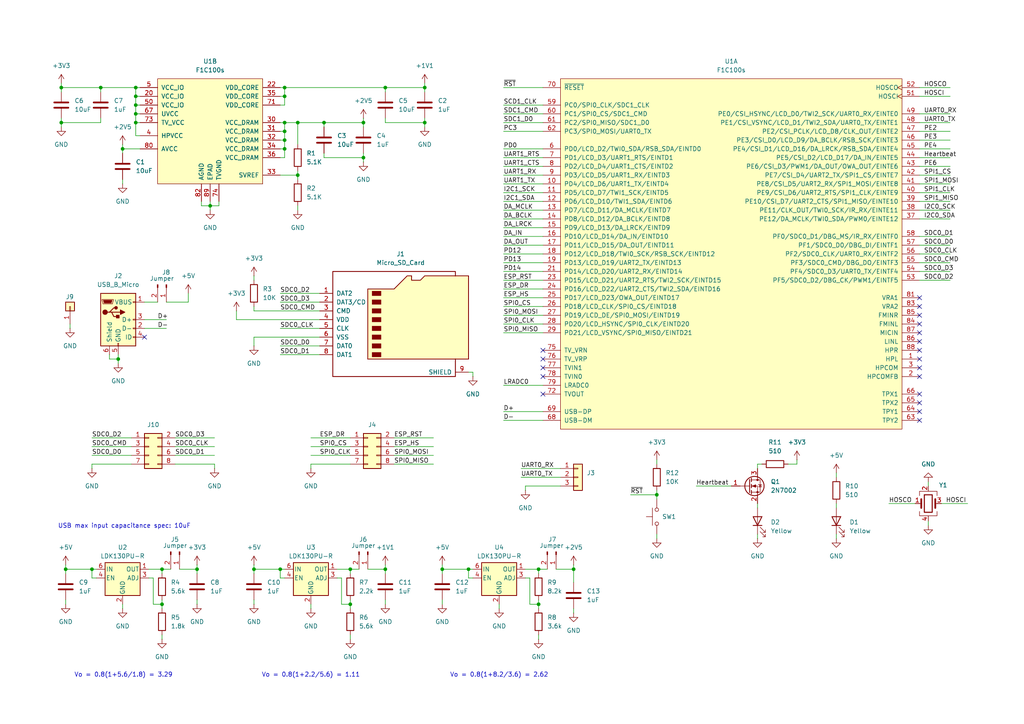
<source format=kicad_sch>
(kicad_sch (version 20231120) (generator "eeschema") (generator_version "8.0")
  (paper "A4")
  (junction (at 35.56 43.18))
  (junction (at 156.21 175.26))
  (junction (at 123.19 35.56))
  (junction (at 101.6 175.26))
  (junction (at 82.55 35.56))
  (junction (at 39.37 33.02))
  (junction (at 82.55 38.1))
  (junction (at 105.41 45.72))
  (junction (at 82.55 27.94))
  (junction (at 81.28 165.1))
  (junction (at 82.55 25.4))
  (junction (at 123.19 25.4))
  (junction (at 39.37 35.56))
  (junction (at 105.41 35.56))
  (junction (at 34.29 104.14))
  (junction (at 26.67 165.1))
  (junction (at 166.37 165.1))
  (junction (at 156.21 165.1))
  (junction (at 82.55 43.18))
  (junction (at 86.36 50.8))
  (junction (at 111.76 165.1))
  (junction (at 29.21 25.4))
  (junction (at 46.99 175.26))
  (junction (at 73.66 165.1))
  (junction (at 19.05 165.1))
  (junction (at 82.55 40.64))
  (junction (at 128.27 165.1))
  (junction (at 135.89 165.1))
  (junction (at 17.78 25.4))
  (junction (at 57.15 165.1))
  (junction (at 86.36 35.56))
  (junction (at 190.5 143.51))
  (junction (at 111.76 25.4))
  (junction (at 93.98 35.56))
  (junction (at 17.78 35.56))
  (junction (at 39.37 30.48))
  (junction (at 46.99 165.1))
  (junction (at 101.6 165.1))
  (junction (at 60.96 59.69))
  (junction (at 39.37 25.4))
  (junction (at 39.37 27.94))
  (no_connect (at 266.7 116.84))
  (no_connect (at 266.7 99.06))
  (no_connect (at 266.7 106.68))
  (no_connect (at 266.7 109.22))
  (no_connect (at 266.7 93.98))
  (no_connect (at 266.7 88.9))
  (no_connect (at 157.48 109.22))
  (no_connect (at 266.7 101.6))
  (no_connect (at 266.7 119.38))
  (no_connect (at 266.7 121.92))
  (no_connect (at 266.7 114.3))
  (no_connect (at 266.7 91.44))
  (no_connect (at 157.48 101.6))
  (no_connect (at 157.48 106.68))
  (no_connect (at 157.48 104.14))
  (no_connect (at 157.48 114.3))
  (no_connect (at 266.7 86.36))
  (no_connect (at 266.7 104.14))
  (no_connect (at 41.91 97.79))
  (no_connect (at 266.7 96.52))
  (wire (pts (xy 146.05 58.42) (xy 157.48 58.42)))
  (wire (pts (xy 156.21 165.1) (xy 158.75 165.1)))
  (wire (pts (xy 242.57 146.05) (xy 242.57 147.32)))
  (wire (pts (xy 90.17 127) (xy 101.6 127)))
  (wire (pts (xy 63.5 59.69) (xy 60.96 59.69)))
  (wire (pts (xy 146.05 93.98) (xy 157.48 93.98)))
  (wire (pts (xy 57.15 173.99) (xy 57.15 175.26)))
  (wire (pts (xy 146.05 45.72) (xy 157.48 45.72)))
  (wire (pts (xy 106.68 165.1) (xy 111.76 165.1)))
  (wire (pts (xy 17.78 35.56) (xy 29.21 35.56)))
  (wire (pts (xy 231.14 133.35) (xy 231.14 134.62)))
  (wire (pts (xy 40.64 39.37) (xy 39.37 39.37)))
  (wire (pts (xy 43.18 165.1) (xy 46.99 165.1)))
  (wire (pts (xy 17.78 25.4) (xy 17.78 26.67)))
  (wire (pts (xy 35.56 52.07) (xy 35.56 53.34)))
  (wire (pts (xy 81.28 27.94) (xy 82.55 27.94)))
  (wire (pts (xy 123.19 35.56) (xy 123.19 36.83)))
  (wire (pts (xy 52.07 165.1) (xy 57.15 165.1)))
  (wire (pts (xy 146.05 25.4) (xy 157.48 25.4)))
  (wire (pts (xy 39.37 35.56) (xy 40.64 35.56)))
  (wire (pts (xy 152.4 140.97) (xy 152.4 142.24)))
  (wire (pts (xy 26.67 132.08) (xy 38.1 132.08)))
  (wire (pts (xy 101.6 173.99) (xy 101.6 175.26)))
  (wire (pts (xy 135.89 165.1) (xy 135.89 167.64)))
  (wire (pts (xy 137.16 107.95) (xy 137.16 109.22)))
  (wire (pts (xy 90.17 175.26) (xy 90.17 176.53)))
  (wire (pts (xy 82.55 167.64) (xy 81.28 167.64)))
  (wire (pts (xy 54.61 87.63) (xy 54.61 85.09)))
  (wire (pts (xy 57.15 165.1) (xy 57.15 166.37)))
  (wire (pts (xy 266.7 25.4) (xy 275.59 25.4)))
  (wire (pts (xy 81.28 45.72) (xy 82.55 45.72)))
  (wire (pts (xy 38.1 134.62) (xy 26.67 134.62)))
  (wire (pts (xy 105.41 45.72) (xy 105.41 46.99)))
  (wire (pts (xy 17.78 35.56) (xy 17.78 36.83)))
  (wire (pts (xy 41.91 87.63) (xy 45.72 87.63)))
  (wire (pts (xy 90.17 134.62) (xy 90.17 135.89)))
  (wire (pts (xy 81.28 50.8) (xy 86.36 50.8)))
  (wire (pts (xy 86.36 35.56) (xy 86.36 41.91)))
  (wire (pts (xy 62.23 134.62) (xy 62.23 135.89)))
  (wire (pts (xy 82.55 30.48) (xy 82.55 27.94)))
  (wire (pts (xy 190.5 133.35) (xy 190.5 134.62)))
  (wire (pts (xy 73.66 80.01) (xy 73.66 81.28)))
  (wire (pts (xy 151.13 135.89) (xy 162.56 135.89)))
  (wire (pts (xy 26.67 129.54) (xy 38.1 129.54)))
  (wire (pts (xy 101.6 176.53) (xy 101.6 175.26)))
  (wire (pts (xy 269.24 151.13) (xy 269.24 152.4)))
  (wire (pts (xy 146.05 48.26) (xy 157.48 48.26)))
  (wire (pts (xy 44.45 167.64) (xy 44.45 175.26)))
  (wire (pts (xy 20.32 93.98) (xy 20.32 95.25)))
  (wire (pts (xy 39.37 33.02) (xy 40.64 33.02)))
  (wire (pts (xy 242.57 137.16) (xy 242.57 138.43)))
  (wire (pts (xy 44.45 175.26) (xy 46.99 175.26)))
  (wire (pts (xy 86.36 59.69) (xy 86.36 60.96)))
  (wire (pts (xy 137.16 167.64) (xy 135.89 167.64)))
  (wire (pts (xy 101.6 165.1) (xy 104.14 165.1)))
  (wire (pts (xy 146.05 71.12) (xy 157.48 71.12)))
  (wire (pts (xy 266.7 45.72) (xy 275.59 45.72)))
  (wire (pts (xy 19.05 165.1) (xy 19.05 166.37)))
  (wire (pts (xy 86.36 50.8) (xy 86.36 52.07)))
  (wire (pts (xy 29.21 25.4) (xy 39.37 25.4)))
  (wire (pts (xy 111.76 35.56) (xy 123.19 35.56)))
  (wire (pts (xy 93.98 44.45) (xy 93.98 45.72)))
  (wire (pts (xy 58.42 59.69) (xy 58.42 58.42)))
  (wire (pts (xy 242.57 154.94) (xy 242.57 156.21)))
  (wire (pts (xy 60.96 58.42) (xy 60.96 59.69)))
  (wire (pts (xy 17.78 24.13) (xy 17.78 25.4)))
  (wire (pts (xy 27.94 167.64) (xy 26.67 167.64)))
  (wire (pts (xy 82.55 35.56) (xy 81.28 35.56)))
  (wire (pts (xy 146.05 83.82) (xy 157.48 83.82)))
  (wire (pts (xy 156.21 165.1) (xy 156.21 166.37)))
  (wire (pts (xy 105.41 34.29) (xy 105.41 35.56)))
  (wire (pts (xy 123.19 24.13) (xy 123.19 25.4)))
  (wire (pts (xy 101.6 134.62) (xy 90.17 134.62)))
  (wire (pts (xy 19.05 173.99) (xy 19.05 175.26)))
  (wire (pts (xy 31.75 102.87) (xy 31.75 104.14)))
  (wire (pts (xy 105.41 35.56) (xy 93.98 35.56)))
  (wire (pts (xy 266.7 50.8) (xy 275.59 50.8)))
  (wire (pts (xy 123.19 25.4) (xy 111.76 25.4)))
  (wire (pts (xy 81.28 87.63) (xy 92.71 87.63)))
  (wire (pts (xy 81.28 165.1) (xy 82.55 165.1)))
  (wire (pts (xy 82.55 43.18) (xy 82.55 40.64)))
  (wire (pts (xy 81.28 165.1) (xy 81.28 167.64)))
  (wire (pts (xy 266.7 53.34) (xy 275.59 53.34)))
  (wire (pts (xy 111.76 173.99) (xy 111.76 175.26)))
  (wire (pts (xy 90.17 129.54) (xy 101.6 129.54)))
  (wire (pts (xy 50.8 132.08) (xy 62.23 132.08)))
  (wire (pts (xy 92.71 92.71) (xy 68.58 92.71)))
  (wire (pts (xy 114.3 127) (xy 125.73 127)))
  (wire (pts (xy 153.67 175.26) (xy 156.21 175.26)))
  (wire (pts (xy 266.7 76.2) (xy 275.59 76.2)))
  (wire (pts (xy 46.99 185.42) (xy 46.99 184.15)))
  (wire (pts (xy 146.05 33.02) (xy 157.48 33.02)))
  (wire (pts (xy 81.28 30.48) (xy 82.55 30.48)))
  (wire (pts (xy 266.7 27.94) (xy 275.59 27.94)))
  (wire (pts (xy 220.98 134.62) (xy 219.71 134.62)))
  (wire (pts (xy 105.41 44.45) (xy 105.41 45.72)))
  (wire (pts (xy 123.19 34.29) (xy 123.19 35.56)))
  (wire (pts (xy 146.05 111.76) (xy 157.48 111.76)))
  (wire (pts (xy 273.05 146.05) (xy 280.67 146.05)))
  (wire (pts (xy 60.96 59.69) (xy 58.42 59.69)))
  (wire (pts (xy 146.05 50.8) (xy 157.48 50.8)))
  (wire (pts (xy 86.36 35.56) (xy 93.98 35.56)))
  (wire (pts (xy 46.99 165.1) (xy 49.53 165.1)))
  (wire (pts (xy 146.05 38.1) (xy 157.48 38.1)))
  (wire (pts (xy 99.06 167.64) (xy 99.06 175.26)))
  (wire (pts (xy 114.3 134.62) (xy 125.73 134.62)))
  (wire (pts (xy 82.55 35.56) (xy 86.36 35.56)))
  (wire (pts (xy 166.37 176.53) (xy 166.37 177.8)))
  (wire (pts (xy 81.28 100.33) (xy 92.71 100.33)))
  (wire (pts (xy 46.99 165.1) (xy 46.99 166.37)))
  (wire (pts (xy 82.55 25.4) (xy 111.76 25.4)))
  (wire (pts (xy 156.21 185.42) (xy 156.21 184.15)))
  (wire (pts (xy 111.76 34.29) (xy 111.76 35.56)))
  (wire (pts (xy 31.75 104.14) (xy 34.29 104.14)))
  (wire (pts (xy 17.78 34.29) (xy 17.78 35.56)))
  (wire (pts (xy 266.7 40.64) (xy 275.59 40.64)))
  (wire (pts (xy 146.05 63.5) (xy 157.48 63.5)))
  (wire (pts (xy 26.67 134.62) (xy 26.67 135.89)))
  (wire (pts (xy 97.79 165.1) (xy 101.6 165.1)))
  (wire (pts (xy 161.29 165.1) (xy 166.37 165.1)))
  (wire (pts (xy 146.05 73.66) (xy 157.48 73.66)))
  (wire (pts (xy 39.37 35.56) (xy 39.37 39.37)))
  (wire (pts (xy 86.36 49.53) (xy 86.36 50.8)))
  (wire (pts (xy 63.5 58.42) (xy 63.5 59.69)))
  (wire (pts (xy 266.7 73.66) (xy 275.59 73.66)))
  (wire (pts (xy 190.5 142.24) (xy 190.5 143.51)))
  (wire (pts (xy 266.7 48.26) (xy 275.59 48.26)))
  (wire (pts (xy 73.66 165.1) (xy 73.66 166.37)))
  (wire (pts (xy 73.66 88.9) (xy 73.66 90.17)))
  (wire (pts (xy 39.37 30.48) (xy 39.37 33.02)))
  (wire (pts (xy 39.37 27.94) (xy 40.64 27.94)))
  (wire (pts (xy 101.6 185.42) (xy 101.6 184.15)))
  (wire (pts (xy 60.96 59.69) (xy 60.96 60.96)))
  (wire (pts (xy 35.56 43.18) (xy 35.56 44.45)))
  (wire (pts (xy 46.99 176.53) (xy 46.99 175.26)))
  (wire (pts (xy 146.05 43.18) (xy 157.48 43.18)))
  (wire (pts (xy 182.88 143.51) (xy 190.5 143.51)))
  (wire (pts (xy 166.37 165.1) (xy 166.37 168.91)))
  (wire (pts (xy 156.21 176.53) (xy 156.21 175.26)))
  (wire (pts (xy 93.98 45.72) (xy 105.41 45.72)))
  (wire (pts (xy 146.05 119.38) (xy 157.48 119.38)))
  (wire (pts (xy 128.27 165.1) (xy 135.89 165.1)))
  (wire (pts (xy 266.7 33.02) (xy 275.59 33.02)))
  (wire (pts (xy 50.8 134.62) (xy 62.23 134.62)))
  (wire (pts (xy 73.66 165.1) (xy 81.28 165.1)))
  (wire (pts (xy 73.66 163.83) (xy 73.66 165.1)))
  (wire (pts (xy 135.89 165.1) (xy 137.16 165.1)))
  (wire (pts (xy 146.05 35.56) (xy 157.48 35.56)))
  (wire (pts (xy 146.05 81.28) (xy 157.48 81.28)))
  (wire (pts (xy 73.66 97.79) (xy 73.66 100.33)))
  (wire (pts (xy 99.06 167.64) (xy 97.79 167.64)))
  (wire (pts (xy 266.7 81.28) (xy 275.59 81.28)))
  (wire (pts (xy 39.37 25.4) (xy 40.64 25.4)))
  (wire (pts (xy 266.7 58.42) (xy 275.59 58.42)))
  (wire (pts (xy 123.19 25.4) (xy 123.19 26.67)))
  (wire (pts (xy 81.28 43.18) (xy 82.55 43.18)))
  (wire (pts (xy 57.15 165.1) (xy 57.15 163.83)))
  (wire (pts (xy 82.55 27.94) (xy 82.55 25.4)))
  (wire (pts (xy 201.93 140.97) (xy 212.09 140.97)))
  (wire (pts (xy 156.21 173.99) (xy 156.21 175.26)))
  (wire (pts (xy 257.81 146.05) (xy 265.43 146.05)))
  (wire (pts (xy 17.78 25.4) (xy 29.21 25.4)))
  (wire (pts (xy 146.05 76.2) (xy 157.48 76.2)))
  (wire (pts (xy 29.21 25.4) (xy 29.21 26.67)))
  (wire (pts (xy 35.56 41.91) (xy 35.56 43.18)))
  (wire (pts (xy 111.76 25.4) (xy 111.76 26.67)))
  (wire (pts (xy 26.67 165.1) (xy 26.67 167.64)))
  (wire (pts (xy 26.67 127) (xy 38.1 127)))
  (wire (pts (xy 190.5 154.94) (xy 190.5 156.21)))
  (wire (pts (xy 35.56 43.18) (xy 40.64 43.18)))
  (wire (pts (xy 82.55 45.72) (xy 82.55 43.18)))
  (wire (pts (xy 266.7 68.58) (xy 275.59 68.58)))
  (wire (pts (xy 73.66 173.99) (xy 73.66 175.26)))
  (wire (pts (xy 128.27 163.83) (xy 128.27 165.1)))
  (wire (pts (xy 41.91 95.25) (xy 48.26 95.25)))
  (wire (pts (xy 146.05 66.04) (xy 157.48 66.04)))
  (wire (pts (xy 81.28 102.87) (xy 92.71 102.87)))
  (wire (pts (xy 82.55 25.4) (xy 81.28 25.4)))
  (wire (pts (xy 111.76 165.1) (xy 111.76 163.83)))
  (wire (pts (xy 50.8 127) (xy 62.23 127)))
  (wire (pts (xy 19.05 165.1) (xy 26.67 165.1)))
  (wire (pts (xy 114.3 129.54) (xy 125.73 129.54)))
  (wire (pts (xy 48.26 87.63) (xy 54.61 87.63)))
  (wire (pts (xy 39.37 30.48) (xy 40.64 30.48)))
  (wire (pts (xy 266.7 43.18) (xy 275.59 43.18)))
  (wire (pts (xy 190.5 143.51) (xy 190.5 144.78)))
  (wire (pts (xy 151.13 138.43) (xy 162.56 138.43)))
  (wire (pts (xy 146.05 86.36) (xy 157.48 86.36)))
  (wire (pts (xy 228.6 134.62) (xy 231.14 134.62)))
  (wire (pts (xy 114.3 132.08) (xy 125.73 132.08)))
  (wire (pts (xy 146.05 78.74) (xy 157.48 78.74)))
  (wire (pts (xy 266.7 55.88) (xy 275.59 55.88)))
  (wire (pts (xy 219.71 154.94) (xy 219.71 156.21)))
  (wire (pts (xy 81.28 85.09) (xy 92.71 85.09)))
  (wire (pts (xy 266.7 71.12) (xy 275.59 71.12)))
  (wire (pts (xy 81.28 38.1) (xy 82.55 38.1)))
  (wire (pts (xy 162.56 140.97) (xy 152.4 140.97)))
  (wire (pts (xy 90.17 132.08) (xy 101.6 132.08)))
  (wire (pts (xy 26.67 165.1) (xy 27.94 165.1)))
  (wire (pts (xy 146.05 91.44) (xy 157.48 91.44)))
  (wire (pts (xy 82.55 40.64) (xy 82.55 38.1)))
  (wire (pts (xy 34.29 102.87) (xy 34.29 104.14)))
  (wire (pts (xy 93.98 35.56) (xy 93.98 36.83)))
  (wire (pts (xy 146.05 88.9) (xy 157.48 88.9)))
  (wire (pts (xy 73.66 90.17) (xy 92.71 90.17)))
  (wire (pts (xy 146.05 68.58) (xy 157.48 68.58)))
  (wire (pts (xy 269.24 140.97) (xy 269.24 139.7)))
  (wire (pts (xy 266.7 60.96) (xy 275.59 60.96)))
  (wire (pts (xy 146.05 55.88) (xy 157.48 55.88)))
  (wire (pts (xy 219.71 134.62) (xy 219.71 135.89)))
  (wire (pts (xy 266.7 38.1) (xy 275.59 38.1)))
  (wire (pts (xy 111.76 165.1) (xy 111.76 166.37)))
  (wire (pts (xy 34.29 104.14) (xy 34.29 105.41)))
  (wire (pts (xy 82.55 38.1) (xy 82.55 35.56)))
  (wire (pts (xy 135.89 107.95) (xy 137.16 107.95)))
  (wire (pts (xy 39.37 27.94) (xy 39.37 30.48)))
  (wire (pts (xy 144.78 175.26) (xy 144.78 176.53)))
  (wire (pts (xy 46.99 173.99) (xy 46.99 175.26)))
  (wire (pts (xy 81.28 95.25) (xy 92.71 95.25)))
  (wire (pts (xy 128.27 165.1) (xy 128.27 166.37)))
  (wire (pts (xy 39.37 25.4) (xy 39.37 27.94)))
  (wire (pts (xy 92.71 97.79) (xy 73.66 97.79)))
  (wire (pts (xy 128.27 173.99) (xy 128.27 175.26)))
  (wire (pts (xy 81.28 40.64) (xy 82.55 40.64)))
  (wire (pts (xy 219.71 146.05) (xy 219.71 147.32)))
  (wire (pts (xy 35.56 175.26) (xy 35.56 176.53)))
  (wire (pts (xy 39.37 33.02) (xy 39.37 35.56)))
  (wire (pts (xy 105.41 35.56) (xy 105.41 36.83)))
  (wire (pts (xy 41.91 92.71) (xy 48.26 92.71)))
  (wire (pts (xy 266.7 63.5) (xy 275.59 63.5)))
  (wire (pts (xy 29.21 35.56) (xy 29.21 34.29)))
  (wire (pts (xy 166.37 165.1) (xy 166.37 163.83)))
  (wire (pts (xy 146.05 60.96) (xy 157.48 60.96)))
  (wire (pts (xy 101.6 165.1) (xy 101.6 166.37)))
  (wire (pts (xy 152.4 165.1) (xy 156.21 165.1)))
  (wire (pts (xy 153.67 167.64) (xy 153.67 175.26)))
  (wire (pts (xy 266.7 78.74) (xy 275.59 78.74)))
  (wire (pts (xy 153.67 167.64) (xy 152.4 167.64)))
  (wire (pts (xy 146.05 121.92) (xy 157.48 121.92)))
  (wire (pts (xy 146.05 53.34) (xy 157.48 53.34)))
  (wire (pts (xy 44.45 167.64) (xy 43.18 167.64)))
  (wire (pts (xy 99.06 175.26) (xy 101.6 175.26)))
  (wire (pts (xy 68.58 90.17) (xy 68.58 92.71)))
  (wire (pts (xy 146.05 96.52) (xy 157.48 96.52)))
  (wire (pts (xy 50.8 129.54) (xy 62.23 129.54)))
  (wire (pts (xy 19.05 163.83) (xy 19.05 165.1)))
  (wire (pts (xy 266.7 35.56) (xy 275.59 35.56)))
  (wire (pts (xy 146.05 30.48) (xy 157.48 30.48)))
  (text "Vo = 0.8(1+2.2/5.6) = 1.11\n" (at 90.17 195.834 0) (effects (font (size 1.27 1.27))))
  (text "USB max input capacitance spec: 10uF" (at 36.068 152.654 0) (effects (font (size 1.27 1.27))))
  (text "Vo = 0.8(1+5.6/1.8) = 3.29" (at 35.814 195.834 0) (effects (font (size 1.27 1.27))))
  (text "Vo = 0.8(1+8.2/3.6) = 2.62" (at 144.78 195.834 0) (effects (font (size 1.27 1.27))))
  (label "SDC0_CLK" (at 267.97 73.66 0))
  (label "SPI1_CLK" (at 267.97 55.88 0))
  (label "Heartbeat" (at 267.97 45.72 0))
  (label "SDC1_D0" (at 146.05 35.56 0))
  (label "PD13" (at 146.05 76.2 0))
  (label "ESP_RST" (at 114.3 127 0))
  (label "~{RST}" (at 182.88 143.51 0))
  (label "ESP_DR" (at 146.05 83.82 0))
  (label "SDC0_CMD" (at 267.97 76.2 0))
  (label "SDC0_D0" (at 267.97 71.12 0))
  (label "SDC0_D3" (at 81.28 87.63 0))
  (label "SDC0_D2" (at 81.28 85.09 0))
  (label "UART1_RX" (at 146.05 50.8 0))
  (label "UART0_RX" (at 267.97 33.02 0))
  (label "UART1_TX" (at 146.05 53.34 0))
  (label "SDC0_CLK" (at 81.28 95.25 0))
  (label "PD12" (at 146.05 73.66 0))
  (label "UART1_CTS" (at 146.05 48.26 0))
  (label "SPI1_CS" (at 267.97 50.8 0))
  (label "SDC0_D0" (at 81.28 100.33 0))
  (label "ESP_DR" (at 92.71 127 0))
  (label "UART0_TX" (at 151.13 138.43 0))
  (label "SDC0_D1" (at 81.28 102.87 0))
  (label "LRADC0" (at 146.05 111.76 0))
  (label "PE2" (at 267.97 38.1 0))
  (label "ESP_HS" (at 114.3 129.54 0))
  (label "D+" (at 45.72 92.71 0))
  (label "DA_BCLK" (at 146.05 63.5 0))
  (label "UART1_RTS" (at 146.05 45.72 0))
  (label "~{RST}" (at 146.05 25.4 0))
  (label "SDC0_D3" (at 50.8 127 0))
  (label "ESP_HS" (at 146.05 86.36 0))
  (label "SPI0_CS" (at 92.71 129.54 0))
  (label "SPI0_MOSI" (at 146.05 91.44 0))
  (label "SPI1_MISO" (at 267.97 58.42 0))
  (label "SDC0_D1" (at 50.8 132.08 0))
  (label "SPI0_MISO" (at 114.3 134.62 0))
  (label "SPI0_MISO" (at 146.05 96.52 0))
  (label "UART0_RX" (at 151.13 135.89 0))
  (label "D-" (at 146.05 121.92 0))
  (label "HOSCO" (at 257.81 146.05 0))
  (label "I2C1_SCK" (at 146.05 55.88 0))
  (label "SDC0_D2" (at 267.97 81.28 0))
  (label "SPI0_CLK" (at 92.71 132.08 0))
  (label "HOSCI" (at 267.97 27.94 0))
  (label "D-" (at 45.72 95.25 0))
  (label "DA_OUT" (at 146.05 71.12 0))
  (label "SDC0_CLK" (at 50.8 129.54 0))
  (label "SDC0_D2" (at 26.67 127 0))
  (label "SDC0_CMD" (at 26.67 129.54 0))
  (label "D+" (at 146.05 119.38 0))
  (label "PC3" (at 146.05 38.1 0))
  (label "Heartbeat" (at 201.93 140.97 0))
  (label "PD14" (at 146.05 78.74 0))
  (label "SDC0_D0" (at 26.67 132.08 0))
  (label "ESP_RST" (at 146.05 81.28 0))
  (label "SPI1_MOSI" (at 267.97 53.34 0))
  (label "PE3" (at 267.97 40.64 0))
  (label "I2C0_SDA" (at 267.97 63.5 0))
  (label "SPI0_CLK" (at 146.05 93.98 0))
  (label "SDC0_D1" (at 267.97 68.58 0))
  (label "DA_IN" (at 146.05 68.58 0))
  (label "SPI0_CS" (at 146.05 88.9 0))
  (label "PE4" (at 267.97 43.18 0))
  (label "PD0" (at 146.05 43.18 0))
  (label "SDC1_CMD" (at 146.05 33.02 0))
  (label "HOSCI" (at 274.32 146.05 0))
  (label "SDC0_D3" (at 267.97 78.74 0))
  (label "I2C1_SDA" (at 146.05 58.42 0))
  (label "UART0_TX" (at 267.97 35.56 0))
  (label "DA_LRCK" (at 146.05 66.04 0))
  (label "I2C0_SCK" (at 267.97 60.96 0))
  (label "SDC0_CMD" (at 81.28 90.17 0))
  (label "SCD1_CLK" (at 146.05 30.48 0))
  (label "SPI0_MOSI" (at 114.3 132.08 0))
  (label "HOSCO" (at 267.97 25.4 0))
  (label "PE6" (at 267.97 48.26 0))
  (label "DA_MCLK" (at 146.05 60.96 0))
  (symbol (lib_id "Connector_Generic:Conn_01x03") (at 167.64 138.43 0) (unit 1)
    (property "Reference" "J3" (at 170.18 137.1599 0) (effects (justify left)))
    (property "Value" "Conn_01x03" (effects (hide yes)))
    (property "Footprint" "Connector_PinHeader_2.54mm:PinHeader_1x03_P2.54mm_Vertical" (effects (hide yes)))
    (property "Description" "Generic connector, single row, 01x03, script generated (kicad-library-utils/schlib/autogen/connector/)" (effects (hide yes)))
  )
  (symbol (lib_id "power:GND") (at 62.23 135.89 0) (unit 1)
    (property "Reference" "#PWR047" (effects (hide yes)))
    (property "Value" "GND" (at 62.23 140.97 0))
    (property "Description" "Power symbol creates a global label with name \"GND\" , ground" (effects (hide yes)))
  )
  (symbol (lib_id "power:+2V5") (at 105.41 34.29 0) (unit 1)
    (property "Reference" "#PWR04" (effects (hide yes)))
    (property "Value" "+2V5" (at 105.41 29.21 0))
    (property "Description" "Power symbol creates a global label with name \"+2V5\"" (effects (hide yes)))
  )
  (symbol (lib_id "Regulator_Linear:LDK130-ADJ_DFN6") (at 35.56 167.64 0) (unit 1)
    (property "Reference" "U2" (at 35.56 158.75 0))
    (property "Value" "LDK130PU-R" (at 35.56 161.29 0))
    (property "Footprint" "Package_DFN_QFN:DFN-6_1.3x1.2mm_P0.4mm" (effects (hide yes)))
    (property "Datasheet" "http://www.st.com/content/ccc/resource/technical/document/datasheet/29/10/f7/87/2f/66/47/f4/DM00076097.pdf/files/DM00076097.pdf/jcr:content/translations/en.DM00076097.pdf" (effects (hide yes)))
    (property "Description" "300mA low dropout linear regulator, low quiescent current very, low noise, shutdown pin, adjustable positive output, DFN-6" (effects (hide yes)))
    (property "LCSC" "C157446" (effects (hide yes)))
  )
  (symbol (lib_id "Device:R") (at 46.99 180.34 0) (unit 1)
    (property "Reference" "R5" (at 49.53 179.0699 0) (effects (justify left)))
    (property "Value" "1.8k" (at 49.53 181.6099 0) (effects (justify left)))
    (property "Footprint" "Resistor_SMD:R_0603_1608Metric" (effects (hide yes)))
    (property "Datasheet" "https://wmsc.lcsc.com/wmsc/upload/file/pdf/v2/lcsc/2206010116_UNI-ROYAL-Uniroyal-Elec-0603WAF5601T5E_C23189.pdf" (effects (hide yes)))
    (property "Description" "Resistor" (effects (hide yes)))
    (property "LCSC" "C4177" (effects (hide yes)))
  )
  (symbol (lib_id "Device:R") (at 156.21 180.34 0) (unit 1)
    (property "Reference" "R8" (at 158.75 179.0699 0) (effects (justify left)))
    (property "Value" "3.6k" (at 158.75 181.6099 0) (effects (justify left)))
    (property "Footprint" "Resistor_SMD:R_0603_1608Metric" (effects (hide yes)))
    (property "Datasheet" "https://wmsc.lcsc.com/wmsc/upload/file/pdf/v2/lcsc/2206010116_UNI-ROYAL-Uniroyal-Elec-0603WAF5601T5E_C23189.pdf" (effects (hide yes)))
    (property "Description" "Resistor" (effects (hide yes)))
    (property "LCSC" "C22980" (effects (hide yes)))
  )
  (symbol (lib_id "power:GND") (at 111.76 175.26 0) (unit 1)
    (property "Reference" "#PWR029" (effects (hide yes)))
    (property "Value" "GND" (at 111.76 180.34 0))
    (property "Description" "Power symbol creates a global label with name \"GND\" , ground" (effects (hide yes)))
  )
  (symbol (lib_id "power:GND") (at 20.32 95.25 0) (unit 1)
    (property "Reference" "#PWR044" (effects (hide yes)))
    (property "Value" "GND" (at 20.32 100.33 0))
    (property "Description" "Power symbol creates a global label with name \"GND\" , ground" (effects (hide yes)))
  )
  (symbol (lib_id "power:GND") (at 57.15 175.26 0) (unit 1)
    (property "Reference" "#PWR018" (effects (hide yes)))
    (property "Value" "GND" (at 57.15 180.34 0))
    (property "Description" "Power symbol creates a global label with name \"GND\" , ground" (effects (hide yes)))
  )
  (symbol (lib_id "power:GND") (at 269.24 139.7 180) (unit 1)
    (property "Reference" "#PWR043" (effects (hide yes)))
    (property "Value" "GND" (at 269.24 134.62 0))
    (property "Description" "Power symbol creates a global label with name \"GND\" , ground" (effects (hide yes)))
  )
  (symbol (lib_id "Device:R") (at 86.36 45.72 0) (unit 1)
    (property "Reference" "R1" (at 88.9 44.4499 0) (effects (justify left)))
    (property "Value" "5.1K" (at 88.9 46.9899 0) (effects (justify left)))
    (property "Footprint" "Resistor_SMD:R_0603_1608Metric" (effects (hide yes)))
    (property "Datasheet" "https://wmsc.lcsc.com/wmsc/upload/file/pdf/v2/lcsc/2206010116_UNI-ROYAL-Uniroyal-Elec-0603WAF5101T5E_C23186.pdf" (effects (hide yes)))
    (property "Description" "Resistor" (effects (hide yes)))
    (property "LCSC" "C23186" (effects (hide yes)))
  )
  (symbol (lib_id "Switch:SW_Push") (at 190.5 149.86 90) (unit 1)
    (property "Reference" "SW1" (at 192.024 149.86 90) (effects (justify right)))
    (property "Value" "SW_Push" (effects (hide yes)))
    (property "Footprint" "Button_Switch_SMD:SW_Push_1P1T_XKB_TS-1187A" (effects (hide yes)))
    (property "Datasheet" "https://wmsc.lcsc.com/wmsc/upload/file/pdf/v2/lcsc/2304140030_XKB-Connectivity-TS-1187A-B-A-B_C318884.pdf" (effects (hide yes)))
    (property "Description" "Push button switch, generic, two pins" (effects (hide yes)))
    (property "LCSC" "C318884" (effects (hide yes)))
  )
  (symbol (lib_id "power:GND") (at 90.17 135.89 0) (unit 1)
    (property "Reference" "#PWR045" (effects (hide yes)))
    (property "Value" "GND" (at 90.17 140.97 0))
    (property "Description" "Power symbol creates a global label with name \"GND\" , ground" (effects (hide yes)))
  )
  (symbol (lib_id "power:GND") (at 19.05 175.26 0) (unit 1)
    (property "Reference" "#PWR021" (effects (hide yes)))
    (property "Value" "GND" (at 19.05 180.34 0))
    (property "Description" "Power symbol creates a global label with name \"GND\" , ground" (effects (hide yes)))
  )
  (symbol (lib_id "power:+5V") (at 19.05 163.83 0) (unit 1)
    (property "Reference" "#PWR022" (effects (hide yes)))
    (property "Value" "+5V" (at 19.05 158.75 0))
    (property "Description" "Power symbol creates a global label with name \"+5V\"" (effects (hide yes)))
  )
  (symbol (lib_id "f1c200s:F1C100s") (at 210.82 73.66 0) (unit 1)
    (property "Reference" "U1" (at 212.09 17.78 0))
    (property "Value" "F1C100s" (at 212.09 20.32 0))
    (property "Footprint" "f1c200s:QFN-88_EP_10x10_Pitch0.4mm" (effects (hide yes)))
    (property "Datasheet" "https://wmsc.lcsc.com/wmsc/upload/file/pdf/v2/lcsc/2207051215_Allwinner-Tech-F1C200S_C2879851.pdf" (effects (hide yes)))
    (property "LCSC" "C2879851" (effects (hide yes)))
  )
  (symbol (lib_id "3340_kicad:F1C100s") (at 60.96 36.83 0) (unit 2)
    (property "Reference" "U1" (at 60.96 17.78 0))
    (property "Value" "F1C100s" (at 60.96 20.32 0))
    (property "Footprint" "f1c200s:QFN-88_EP_10x10_Pitch0.4mm" (effects (hide yes)))
    (property "Datasheet" "https://wmsc.lcsc.com/wmsc/upload/file/pdf/v2/lcsc/2207051215_Allwinner-Tech-F1C200S_C2879851.pdf" (effects (hide yes)))
    (property "LCSC" "C2879851" (effects (hide yes)))
  )
  (symbol (lib_id "Connector:Conn_01x02_Pin") (at 161.29 160.02 270) (unit 1)
    (property "Reference" "J7" (at 159.004 156.464 90) (effects (justify left)))
    (property "Value" "Jumper" (at 156.464 158.242 90) (effects (justify left)))
    (property "Footprint" "Connector_PinHeader_2.54mm:PinHeader_1x02_P2.54mm_Vertical" (effects (hide yes)))
    (property "Description" "Generic connector, single row, 01x02, script generated" (effects (hide yes)))
  )
  (symbol (lib_id "power:+3V3") (at 190.5 133.35 0) (unit 1)
    (property "Reference" "#PWR041" (effects (hide yes)))
    (property "Value" "+3V3" (at 190.5 128.27 0))
    (property "Description" "Power symbol creates a global label with name \"+3V3\"" (effects (hide yes)))
  )
  (symbol (lib_id "Device:R") (at 46.99 170.18 0) (unit 1)
    (property "Reference" "R4" (at 49.53 168.9099 0) (effects (justify left)))
    (property "Value" "5.6k" (at 49.53 171.4499 0) (effects (justify left)))
    (property "Footprint" "Resistor_SMD:R_0603_1608Metric" (effects (hide yes)))
    (property "Datasheet" "https://wmsc.lcsc.com/wmsc/upload/file/pdf/v2/lcsc/2206010116_UNI-ROYAL-Uniroyal-Elec-0603WAF5601T5E_C23189.pdf" (effects (hide yes)))
    (property "Description" "Resistor" (effects (hide yes)))
    (property "LCSC" "C23189" (effects (hide yes)))
  )
  (symbol (lib_id "Connector:Micro_SD_Card") (at 115.57 92.71 0) (unit 1)
    (property "Reference" "J1" (at 116.205 73.66 0))
    (property "Value" "Micro_SD_Card" (at 116.205 76.2 0))
    (property "Footprint" "Connector_Card:microSD_HC_Molex_104031-0811" (effects (hide yes)))
    (property "Datasheet" "https://wmsc.lcsc.com/wmsc/upload/file/pdf/v2/lcsc/2011171806_MOLEX-1040310811_C585350.pdf" (effects (hide yes)))
    (property "Description" "Micro SD Card Socket" (effects (hide yes)))
    (property "LCSC" "C585350" (effects (hide yes)))
  )
  (symbol (lib_id "Device:R") (at 73.66 85.09 0) (unit 1)
    (property "Reference" "R3" (at 76.2 83.8199 0) (effects (justify left)))
    (property "Value" "10K" (at 76.2 86.3599 0) (effects (justify left)))
    (property "Footprint" "Resistor_SMD:R_0603_1608Metric" (effects (hide yes)))
    (property "Datasheet" "https://wmsc.lcsc.com/wmsc/upload/file/pdf/v2/lcsc/2206010045_UNI-ROYAL-Uniroyal-Elec-0603WAF1002T5E_C25804.pdf" (effects (hide yes)))
    (property "Description" "Resistor" (effects (hide yes)))
    (property "LCSC" "C25804" (effects (hide yes)))
  )
  (symbol (lib_id "power:GND") (at 219.71 156.21 0) (unit 1)
    (property "Reference" "#PWR039" (effects (hide yes)))
    (property "Value" "GND" (at 219.71 161.29 0))
    (property "Description" "Power symbol creates a global label with name \"GND\" , ground" (effects (hide yes)))
  )
  (symbol (lib_id "power:GND") (at 105.41 46.99 0) (unit 1)
    (property "Reference" "#PWR05" (effects (hide yes)))
    (property "Value" "GND" (at 105.41 52.07 0))
    (property "Description" "Power symbol creates a global label with name \"GND\" , ground" (effects (hide yes)))
  )
  (symbol (lib_id "Device:Crystal_GND24") (at 269.24 146.05 0) (unit 1)
    (property "Reference" "Y1" (at 273.558 140.716 0))
    (property "Value" "XRCGB24M000F0G00R0" (effects (hide yes)))
    (property "Footprint" "Crystal:Crystal_SMD_2016-4Pin_2.0x1.6mm" (effects (hide yes)))
    (property "Description" "24MHz" (effects (hide yes)))
    (property "LCSC" "C524653" (effects (hide yes)))
  )
  (symbol (lib_id "Device:C") (at 166.37 172.72 0) (unit 1)
    (property "Reference" "C13" (at 170.18 171.4499 0) (effects (justify left)))
    (property "Value" "1uF" (at 170.18 173.9899 0) (effects (justify left)))
    (property "Footprint" "Capacitor_SMD:C_0603_1608Metric" (effects (hide yes)))
    (property "Datasheet" "https://wmsc.lcsc.com/wmsc/upload/file/pdf/v2/lcsc/2304140030_Samsung-Electro-Mechanics-CL10A105KB8NNNC_C15849.pdf" (effects (hide yes)))
    (property "Description" "Unpolarized capacitor" (effects (hide yes)))
    (property "LCSC" "C15849" (effects (hide yes)))
  )
  (symbol (lib_id "Device:R") (at 242.57 142.24 0) (unit 1)
    (property "Reference" "R10" (at 245.11 140.9699 0) (effects (justify left)))
    (property "Value" "510" (at 245.11 143.5099 0) (effects (justify left)))
    (property "Footprint" "Resistor_SMD:R_0603_1608Metric" (effects (hide yes)))
    (property "Datasheet" "https://wmsc.lcsc.com/wmsc/upload/file/pdf/v2/lcsc/2206010116_UNI-ROYAL-Uniroyal-Elec-0603WAF5601T5E_C23189.pdf" (effects (hide yes)))
    (property "Description" "Resistor" (effects (hide yes)))
    (property "LCSC" "C23193" (effects (hide yes)))
  )
  (symbol (lib_id "Device:C") (at 128.27 170.18 0) (unit 1)
    (property "Reference" "C12" (at 132.08 168.9099 0) (effects (justify left)))
    (property "Value" "1uF" (at 132.08 171.4499 0) (effects (justify left)))
    (property "Footprint" "Capacitor_SMD:C_0603_1608Metric" (effects (hide yes)))
    (property "Datasheet" "https://wmsc.lcsc.com/wmsc/upload/file/pdf/v2/lcsc/2304140030_Samsung-Electro-Mechanics-CL10A105KB8NNNC_C15849.pdf" (effects (hide yes)))
    (property "Description" "Unpolarized capacitor" (effects (hide yes)))
    (property "LCSC" "C15849" (effects (hide yes)))
  )
  (symbol (lib_id "power:GND") (at 156.21 185.42 0) (unit 1)
    (property "Reference" "#PWR033" (effects (hide yes)))
    (property "Value" "GND" (at 156.21 190.5 0))
    (property "Description" "Power symbol creates a global label with name \"GND\" , ground" (effects (hide yes)))
  )
  (symbol (lib_id "power:GND") (at 34.29 105.41 0) (unit 1)
    (property "Reference" "#PWR017" (effects (hide yes)))
    (property "Value" "GND" (at 34.29 110.49 0))
    (property "Description" "Power symbol creates a global label with name \"GND\" , ground" (effects (hide yes)))
  )
  (symbol (lib_id "power:GND") (at 60.96 60.96 0) (unit 1)
    (property "Reference" "#PWR08" (effects (hide yes)))
    (property "Value" "GND" (at 60.96 66.04 0))
    (property "Description" "Power symbol creates a global label with name \"GND\" , ground" (effects (hide yes)))
  )
  (symbol (lib_id "power:+5V") (at 73.66 163.83 0) (unit 1)
    (property "Reference" "#PWR024" (effects (hide yes)))
    (property "Value" "+5V" (at 73.66 158.75 0))
    (property "Description" "Power symbol creates a global label with name \"+5V\"" (effects (hide yes)))
  )
  (symbol (lib_id "Device:C") (at 123.19 30.48 0) (unit 1)
    (property "Reference" "C2" (at 127 29.2099 0) (effects (justify left)))
    (property "Value" "1uF" (at 127 31.7499 0) (effects (justify left)))
    (property "Footprint" "Capacitor_SMD:C_0603_1608Metric" (effects (hide yes)))
    (property "Datasheet" "https://wmsc.lcsc.com/wmsc/upload/file/pdf/v2/lcsc/2304140030_Samsung-Electro-Mechanics-CL10A105KB8NNNC_C15849.pdf" (effects (hide yes)))
    (property "Description" "Unpolarized capacitor" (effects (hide yes)))
    (property "LCSC" "C15849" (effects (hide yes)))
  )
  (symbol (lib_id "Transistor_FET:2N7002") (at 217.17 140.97 0) (unit 1)
    (property "Reference" "Q1" (at 223.52 139.6999 0) (effects (justify left)))
    (property "Value" "2N7002" (at 223.52 142.2399 0) (effects (justify left)))
    (property "Footprint" "Package_TO_SOT_SMD:SOT-23" (effects (hide yes)))
    (property "Datasheet" "https://wmsc.lcsc.com/wmsc/upload/file/pdf/v2/lcsc/2304140030_Jiangsu-Changjing-Electronics-Technology-Co---Ltd--2N7002_C8545.pdf" (effects (hide yes)))
    (property "Description" "0.115A Id, 60V Vds, N-Channel MOSFET, SOT-23" (effects (hide yes)))
    (property "LCSC" "     C8545" (effects (hide yes)))
  )
  (symbol (lib_id "power:GND") (at 242.57 156.21 0) (unit 1)
    (property "Reference" "#PWR037" (effects (hide yes)))
    (property "Value" "GND" (at 242.57 161.29 0))
    (property "Description" "Power symbol creates a global label with name \"GND\" , ground" (effects (hide yes)))
  )
  (symbol (lib_id "power:GND") (at 46.99 185.42 0) (unit 1)
    (property "Reference" "#PWR019" (effects (hide yes)))
    (property "Value" "GND" (at 46.99 190.5 0))
    (property "Description" "Power symbol creates a global label with name \"GND\" , ground" (effects (hide yes)))
  )
  (symbol (lib_id "Device:R") (at 190.5 138.43 0) (unit 1)
    (property "Reference" "R12" (at 193.04 137.1599 0) (effects (justify left)))
    (property "Value" "10K" (at 193.04 139.6999 0) (effects (justify left)))
    (property "Footprint" "Resistor_SMD:R_0603_1608Metric" (effects (hide yes)))
    (property "Datasheet" "https://wmsc.lcsc.com/wmsc/upload/file/pdf/v2/lcsc/2206010045_UNI-ROYAL-Uniroyal-Elec-0603WAF1002T5E_C25804.pdf" (effects (hide yes)))
    (property "Description" "Resistor" (effects (hide yes)))
    (property "LCSC" "C25804" (effects (hide yes)))
  )
  (symbol (lib_id "Device:LED") (at 219.71 151.13 90) (unit 1)
    (property "Reference" "D2" (at 223.52 151.4474 90) (effects (justify right)))
    (property "Value" "Yellow" (at 223.52 153.9874 90) (effects (justify right)))
    (property "Footprint" "LED_SMD:LED_0603_1608Metric" (effects (hide yes)))
    (property "Datasheet" "https://wmsc.lcsc.com/wmsc/upload/file/pdf/v2/lcsc/1810101813_Everlight-Elec-19-213-Y2C-CQ2R2L-3T-CY_C72038.pdf" (effects (hide yes)))
    (property "Description" "Light emitting diode" (effects (hide yes)))
    (property "LCSC" "C72038" (effects (hide yes)))
  )
  (symbol (lib_id "power:GND") (at 123.19 36.83 0) (unit 1)
    (property "Reference" "#PWR03" (effects (hide yes)))
    (property "Value" "GND" (at 123.19 41.91 0))
    (property "Description" "Power symbol creates a global label with name \"GND\" , ground" (effects (hide yes)))
  )
  (symbol (lib_id "Device:C") (at 29.21 30.48 0) (unit 1)
    (property "Reference" "C7" (at 33.02 29.2099 0) (effects (justify left)))
    (property "Value" "1uF" (at 33.02 31.7499 0) (effects (justify left)))
    (property "Footprint" "Capacitor_SMD:C_0603_1608Metric" (effects (hide yes)))
    (property "Datasheet" "https://wmsc.lcsc.com/wmsc/upload/file/pdf/v2/lcsc/2304140030_Samsung-Electro-Mechanics-CL10A105KB8NNNC_C15849.pdf" (effects (hide yes)))
    (property "Description" "Unpolarized capacitor" (effects (hide yes)))
    (property "LCSC" "C15849" (effects (hide yes)))
  )
  (symbol (lib_id "Device:C") (at 57.15 170.18 0) (unit 1)
    (property "Reference" "C8" (at 60.96 168.9099 0) (effects (justify left)))
    (property "Value" "1uF" (at 60.96 171.4499 0) (effects (justify left)))
    (property "Footprint" "Capacitor_SMD:C_0603_1608Metric" (effects (hide yes)))
    (property "Datasheet" "https://wmsc.lcsc.com/wmsc/upload/file/pdf/v2/lcsc/2304140030_Samsung-Electro-Mechanics-CL10A105KB8NNNC_C15849.pdf" (effects (hide yes)))
    (property "Description" "Unpolarized capacitor" (effects (hide yes)))
    (property "LCSC" "C15849" (effects (hide yes)))
  )
  (symbol (lib_id "Device:C") (at 17.78 30.48 0) (unit 1)
    (property "Reference" "C6" (at 21.59 29.2099 0) (effects (justify left)))
    (property "Value" "10uF" (at 21.59 31.7499 0) (effects (justify left)))
    (property "Footprint" "Capacitor_SMD:C_0603_1608Metric" (effects (hide yes)))
    (property "Datasheet" "https://wmsc.lcsc.com/wmsc/upload/file/pdf/v2/lcsc/2304140030_Samsung-Electro-Mechanics-CL10A106KP8NNNC_C19702.pdf" (effects (hide yes)))
    (property "Description" "Unpolarized capacitor" (effects (hide yes)))
    (property "LCSC" "C19702" (effects (hide yes)))
  )
  (symbol (lib_id "power:GND") (at 152.4 142.24 0) (unit 1)
    (property "Reference" "#PWR040" (effects (hide yes)))
    (property "Value" "GND" (at 152.4 147.32 0))
    (property "Description" "Power symbol creates a global label with name \"GND\" , ground" (effects (hide yes)))
  )
  (symbol (lib_id "power:GND") (at 190.5 156.21 0) (unit 1)
    (property "Reference" "#PWR042" (effects (hide yes)))
    (property "Value" "GND" (at 190.5 161.29 0))
    (property "Description" "Power symbol creates a global label with name \"GND\" , ground" (effects (hide yes)))
  )
  (symbol (lib_id "Connector_Generic:Conn_01x01") (at 20.32 88.9 90) (unit 1)
    (property "Reference" "J9" (at 19.05 86.106 90) (effects (justify right)))
    (property "Value" "Conn_01x01" (effects (hide yes)))
    (property "Footprint" "Connector_PinHeader_2.54mm:PinHeader_1x01_P2.54mm_Vertical" (effects (hide yes)))
    (property "Description" "Generic connector, single row, 01x01, script generated (kicad-library-utils/schlib/autogen/connector/)" (effects (hide yes)))
  )
  (symbol (lib_id "power:+1V1") (at 111.76 163.83 0) (unit 1)
    (property "Reference" "#PWR034" (effects (hide yes)))
    (property "Value" "+1V1" (at 111.76 158.75 0))
    (property "Description" "Power symbol creates a global label with name \"+1V1\"" (effects (hide yes)))
  )
  (symbol (lib_id "Device:C") (at 93.98 40.64 0) (unit 1)
    (property "Reference" "C3" (at 97.79 39.3699 0) (effects (justify left)))
    (property "Value" "10uF" (at 97.79 41.9099 0) (effects (justify left)))
    (property "Footprint" "Capacitor_SMD:C_0603_1608Metric" (effects (hide yes)))
    (property "Datasheet" "https://wmsc.lcsc.com/wmsc/upload/file/pdf/v2/lcsc/2304140030_Samsung-Electro-Mechanics-CL10A106KP8NNNC_C19702.pdf" (effects (hide yes)))
    (property "Description" "Unpolarized capacitor" (effects (hide yes)))
    (property "LCSC" "C19702" (effects (hide yes)))
  )
  (symbol (lib_id "Device:LED") (at 242.57 151.13 90) (unit 1)
    (property "Reference" "D1" (at 246.38 151.4474 90) (effects (justify right)))
    (property "Value" "Yellow" (at 246.38 153.9874 90) (effects (justify right)))
    (property "Footprint" "LED_SMD:LED_0603_1608Metric" (effects (hide yes)))
    (property "Datasheet" "https://wmsc.lcsc.com/wmsc/upload/file/pdf/v2/lcsc/1810101813_Everlight-Elec-19-213-Y2C-CQ2R2L-3T-CY_C72038.pdf" (effects (hide yes)))
    (property "Description" "Light emitting diode" (effects (hide yes)))
    (property "LCSC" "C72038" (effects (hide yes)))
  )
  (symbol (lib_id "Device:R") (at 224.79 134.62 90) (unit 1)
    (property "Reference" "R11" (at 224.79 128.27 90))
    (property "Value" "510" (at 224.79 130.81 90))
    (property "Footprint" "Resistor_SMD:R_0603_1608Metric" (effects (hide yes)))
    (property "Datasheet" "https://wmsc.lcsc.com/wmsc/upload/file/pdf/v2/lcsc/2206010116_UNI-ROYAL-Uniroyal-Elec-0603WAF5601T5E_C23189.pdf" (effects (hide yes)))
    (property "Description" "Resistor" (effects (hide yes)))
    (property "LCSC" "C23193" (effects (hide yes)))
  )
  (symbol (lib_id "power:+5V") (at 128.27 163.83 0) (unit 1)
    (property "Reference" "#PWR030" (effects (hide yes)))
    (property "Value" "+5V" (at 128.27 158.75 0))
    (property "Description" "Power symbol creates a global label with name \"+5V\"" (effects (hide yes)))
  )
  (symbol (lib_id "Connector_Generic:Conn_02x04_Odd_Even") (at 43.18 129.54 0) (unit 1)
    (property "Reference" "J10" (at 44.45 123.19 0))
    (property "Value" "Conn_01x07" (effects (hide yes)))
    (property "Footprint" "Connector_PinHeader_2.54mm:PinHeader_2x04_P2.54mm_Vertical" (effects (hide yes)))
    (property "Description" "Generic connector, double row, 02x04, odd/even pin numbering scheme (row 1 odd numbers, row 2 even numbers), script generated (kicad-library-utils/schlib/autogen/connector/)" (effects (hide yes)))
  )
  (symbol (lib_id "power:GND") (at 90.17 176.53 0) (unit 1)
    (property "Reference" "#PWR026" (effects (hide yes)))
    (property "Value" "GND" (at 90.17 181.61 0))
    (property "Description" "Power symbol creates a global label with name \"GND\" , ground" (effects (hide yes)))
  )
  (symbol (lib_id "power:+2V5") (at 35.56 41.91 0) (unit 1)
    (property "Reference" "#PWR06" (effects (hide yes)))
    (property "Value" "+2V5" (at 35.56 36.83 0))
    (property "Description" "Power symbol creates a global label with name \"+2V5\"" (effects (hide yes)))
  )
  (symbol (lib_id "power:GND") (at 35.56 53.34 0) (unit 1)
    (property "Reference" "#PWR07" (effects (hide yes)))
    (property "Value" "GND" (at 35.56 58.42 0))
    (property "Description" "Power symbol creates a global label with name \"GND\" , ground" (effects (hide yes)))
  )
  (symbol (lib_id "Connector:Conn_01x02_Pin") (at 106.68 160.02 270) (unit 1)
    (property "Reference" "J6" (at 104.14 156.464 90) (effects (justify left)))
    (property "Value" "Jumper" (at 101.854 158.242 90) (effects (justify left)))
    (property "Footprint" "Connector_PinHeader_2.54mm:PinHeader_1x02_P2.54mm_Vertical" (effects (hide yes)))
    (property "Description" "Generic connector, single row, 01x02, script generated" (effects (hide yes)))
  )
  (symbol (lib_id "power:GND") (at 26.67 135.89 0) (unit 1)
    (property "Reference" "#PWR046" (effects (hide yes)))
    (property "Value" "GND" (at 26.67 140.97 0))
    (property "Description" "Power symbol creates a global label with name \"GND\" , ground" (effects (hide yes)))
  )
  (symbol (lib_id "power:GND") (at 137.16 109.22 0) (unit 1)
    (property "Reference" "#PWR014" (effects (hide yes)))
    (property "Value" "GND" (at 137.16 114.3 0))
    (property "Description" "Power symbol creates a global label with name \"GND\" , ground" (effects (hide yes)))
  )
  (symbol (lib_id "power:GND") (at 86.36 60.96 0) (unit 1)
    (property "Reference" "#PWR09" (effects (hide yes)))
    (property "Value" "GND" (at 86.36 66.04 0))
    (property "Description" "Power symbol creates a global label with name \"GND\" , ground" (effects (hide yes)))
  )
  (symbol (lib_id "power:GND") (at 144.78 176.53 0) (unit 1)
    (property "Reference" "#PWR032" (effects (hide yes)))
    (property "Value" "GND" (at 144.78 181.61 0))
    (property "Description" "Power symbol creates a global label with name \"GND\" , ground" (effects (hide yes)))
  )
  (symbol (lib_id "power:GND") (at 269.24 152.4 0) (unit 1)
    (property "Reference" "#PWR015" (effects (hide yes)))
    (property "Value" "GND" (at 269.24 157.48 0))
    (property "Description" "Power symbol creates a global label with name \"GND\" , ground" (effects (hide yes)))
  )
  (symbol (lib_id "Device:C") (at 111.76 30.48 0) (unit 1)
    (property "Reference" "C5" (at 115.57 29.2099 0) (effects (justify left)))
    (property "Value" "10uF" (at 115.57 31.7499 0) (effects (justify left)))
    (property "Footprint" "Capacitor_SMD:C_0603_1608Metric" (effects (hide yes)))
    (property "Datasheet" "https://wmsc.lcsc.com/wmsc/upload/file/pdf/v2/lcsc/2304140030_Samsung-Electro-Mechanics-CL10A106KP8NNNC_C19702.pdf" (effects (hide yes)))
    (property "Description" "Unpolarized capacitor" (effects (hide yes)))
    (property "LCSC" "C19702" (effects (hide yes)))
  )
  (symbol (lib_id "Connector:Conn_01x02_Pin") (at 48.26 82.55 270) (unit 1)
    (property "Reference" "J8" (at 46.99 78.994 90) (effects (justify left)))
    (property "Value" "Jumper" (at 43.434 80.772 90) (effects (justify left)))
    (property "Footprint" "Connector_PinHeader_2.54mm:PinHeader_1x02_P2.54mm_Vertical" (effects (hide yes)))
    (property "Description" "Generic connector, single row, 01x02, script generated" (effects (hide yes)))
  )
  (symbol (lib_id "Regulator_Linear:LDK130-ADJ_DFN6") (at 144.78 167.64 0) (unit 1)
    (property "Reference" "U4" (at 144.78 158.75 0))
    (property "Value" "LDK130PU-R" (at 144.78 161.29 0))
    (property "Footprint" "Package_DFN_QFN:DFN-6_1.3x1.2mm_P0.4mm" (effects (hide yes)))
    (property "Datasheet" "http://www.st.com/content/ccc/resource/technical/document/datasheet/29/10/f7/87/2f/66/47/f4/DM00076097.pdf/files/DM00076097.pdf/jcr:content/translations/en.DM00076097.pdf" (effects (hide yes)))
    (property "Description" "300mA low dropout linear regulator, low quiescent current very, low noise, shutdown pin, adjustable positive output, DFN-6" (effects (hide yes)))
    (property "LCSC" "C157446" (effects (hide yes)))
  )
  (symbol (lib_id "power:+3V3") (at 57.15 163.83 0) (unit 1)
    (property "Reference" "#PWR023" (effects (hide yes)))
    (property "Value" "+3V3" (at 57.15 158.75 0))
    (property "Description" "Power symbol creates a global label with name \"+3V3\"" (effects (hide yes)))
  )
  (symbol (lib_id "power:+1V1") (at 123.19 24.13 0) (unit 1)
    (property "Reference" "#PWR02" (effects (hide yes)))
    (property "Value" "+1V1" (at 123.19 19.05 0))
    (property "Description" "Power symbol creates a global label with name \"+1V1\"" (effects (hide yes)))
  )
  (symbol (lib_id "Connector_Generic:Conn_02x04_Odd_Even") (at 106.68 129.54 0) (unit 1)
    (property "Reference" "J4" (at 107.95 123.19 0))
    (property "Value" "Conn_01x07" (effects (hide yes)))
    (property "Footprint" "Connector_PinHeader_2.54mm:PinHeader_2x04_P2.54mm_Vertical" (effects (hide yes)))
    (property "Description" "Generic connector, double row, 02x04, odd/even pin numbering scheme (row 1 odd numbers, row 2 even numbers), script generated (kicad-library-utils/schlib/autogen/connector/)" (effects (hide yes)))
  )
  (symbol (lib_id "power:GND") (at 128.27 175.26 0) (unit 1)
    (property "Reference" "#PWR031" (effects (hide yes)))
    (property "Value" "GND" (at 128.27 180.34 0))
    (property "Description" "Power symbol creates a global label with name \"GND\" , ground" (effects (hide yes)))
  )
  (symbol (lib_id "power:+3V3") (at 68.58 90.17 0) (unit 1)
    (property "Reference" "#PWR011" (effects (hide yes)))
    (property "Value" "+3V3" (at 68.58 85.09 0))
    (property "Description" "Power symbol creates a global label with name \"+3V3\"" (effects (hide yes)))
  )
  (symbol (lib_id "power:GND") (at 35.56 176.53 0) (unit 1)
    (property "Reference" "#PWR020" (effects (hide yes)))
    (property "Value" "GND" (at 35.56 181.61 0))
    (property "Description" "Power symbol creates a global label with name \"GND\" , ground" (effects (hide yes)))
  )
  (symbol (lib_id "Device:R") (at 86.36 55.88 0) (unit 1)
    (property "Reference" "R2" (at 88.9 54.6099 0) (effects (justify left)))
    (property "Value" "5.1K" (at 88.9 57.1499 0) (effects (justify left)))
    (property "Footprint" "Resistor_SMD:R_0603_1608Metric" (effects (hide yes)))
    (property "Datasheet" "https://wmsc.lcsc.com/wmsc/upload/file/pdf/v2/lcsc/2206010116_UNI-ROYAL-Uniroyal-Elec-0603WAF5101T5E_C23186.pdf" (effects (hide yes)))
    (property "Description" "Resistor" (effects (hide yes)))
    (property "LCSC" "C23186" (effects (hide yes)))
  )
  (symbol (lib_id "Device:C") (at 35.56 48.26 0) (unit 1)
    (property "Reference" "C1" (at 39.37 46.9899 0) (effects (justify left)))
    (property "Value" "10uF" (at 39.37 49.5299 0) (effects (justify left)))
    (property "Footprint" "Capacitor_SMD:C_0603_1608Metric" (effects (hide yes)))
    (property "Datasheet" "https://wmsc.lcsc.com/wmsc/upload/file/pdf/v2/lcsc/2304140030_Samsung-Electro-Mechanics-CL10A106KP8NNNC_C19702.pdf" (effects (hide yes)))
    (property "Description" "Unpolarized capacitor" (effects (hide yes)))
    (property "LCSC" "C19702" (effects (hide yes)))
  )
  (symbol (lib_id "power:+3V3") (at 73.66 80.01 0) (unit 1)
    (property "Reference" "#PWR012" (effects (hide yes)))
    (property "Value" "+3V3" (at 73.66 74.93 0))
    (property "Description" "Power symbol creates a global label with name \"+3V3\"" (effects (hide yes)))
  )
  (symbol (lib_id "power:+5V") (at 242.57 137.16 0) (unit 1)
    (property "Reference" "#PWR036" (effects (hide yes)))
    (property "Value" "+5V" (at 242.57 132.08 0))
    (property "Description" "Power symbol creates a global label with name \"+5V\"" (effects (hide yes)))
  )
  (symbol (lib_id "power:GND") (at 101.6 185.42 0) (unit 1)
    (property "Reference" "#PWR027" (effects (hide yes)))
    (property "Value" "GND" (at 101.6 190.5 0))
    (property "Description" "Power symbol creates a global label with name \"GND\" , ground" (effects (hide yes)))
  )
  (symbol (lib_id "Connector:Conn_01x02_Pin") (at 52.07 160.02 270) (unit 1)
    (property "Reference" "J5" (at 49.53 156.464 90) (effects (justify left)))
    (property "Value" "Jumper" (at 47.244 158.242 90) (effects (justify left)))
    (property "Footprint" "Connector_PinHeader_2.54mm:PinHeader_1x02_P2.54mm_Vertical" (effects (hide yes)))
    (property "Description" "Generic connector, single row, 01x02, script generated" (effects (hide yes)))
  )
  (symbol (lib_id "power:+3V3") (at 17.78 24.13 0) (unit 1)
    (property "Reference" "#PWR01" (effects (hide yes)))
    (property "Value" "+3V3" (at 17.78 19.05 0))
    (property "Description" "Power symbol creates a global label with name \"+3V3\"" (effects (hide yes)))
  )
  (symbol (lib_id "power:GND") (at 73.66 100.33 0) (unit 1)
    (property "Reference" "#PWR013" (effects (hide yes)))
    (property "Value" "GND" (at 73.66 105.41 0))
    (property "Description" "Power symbol creates a global label with name \"GND\" , ground" (effects (hide yes)))
  )
  (symbol (lib_id "Device:R") (at 101.6 180.34 0) (unit 1)
    (property "Reference" "R6" (at 104.14 179.0699 0) (effects (justify left)))
    (property "Value" "5.6k" (at 104.14 181.6099 0) (effects (justify left)))
    (property "Footprint" "Resistor_SMD:R_0603_1608Metric" (effects (hide yes)))
    (property "Datasheet" "https://wmsc.lcsc.com/wmsc/upload/file/pdf/v2/lcsc/2206010116_UNI-ROYAL-Uniroyal-Elec-0603WAF5601T5E_C23189.pdf" (effects (hide yes)))
    (property "Description" "Resistor" (effects (hide yes)))
    (property "LCSC" "C23189" (effects (hide yes)))
  )
  (symbol (lib_id "Device:R") (at 156.21 170.18 0) (unit 1)
    (property "Reference" "R9" (at 158.75 168.9099 0) (effects (justify left)))
    (property "Value" "8.2k" (at 158.75 171.4499 0) (effects (justify left)))
    (property "Footprint" "Resistor_SMD:R_0603_1608Metric" (effects (hide yes)))
    (property "Datasheet" "https://wmsc.lcsc.com/wmsc/upload/file/pdf/v2/lcsc/2206010116_UNI-ROYAL-Uniroyal-Elec-0603WAF5601T5E_C23189.pdf" (effects (hide yes)))
    (property "Description" "Resistor" (effects (hide yes)))
    (property "LCSC" "C25981" (effects (hide yes)))
  )
  (symbol (lib_id "Connector:USB_B_Micro") (at 34.29 92.71 0) (unit 1)
    (property "Reference" "J2" (at 34.29 80.01 0))
    (property "Value" "USB_B_Micro" (at 34.29 82.55 0))
    (property "Footprint" "Connector_USB:USB_Micro-B_Amphenol_10118193-0001LF_Horizontal" (effects (hide yes)))
    (property "Datasheet" "https://wmsc.lcsc.com/wmsc/upload/file/pdf/v2/lcsc/1811131827_Amphenol-ICC-10118193-0001LF_C132562.pdf" (effects (hide yes)))
    (property "Description" "USB Micro Type B connector" (effects (hide yes)))
    (property "LCSC" "     C132562" (effects (hide yes)))
  )
  (symbol (lib_id "Regulator_Linear:LDK130-ADJ_DFN6") (at 90.17 167.64 0) (unit 1)
    (property "Reference" "U3" (at 90.17 158.75 0))
    (property "Value" "LDK130PU-R" (at 90.17 161.29 0))
    (property "Footprint" "Package_DFN_QFN:DFN-6_1.3x1.2mm_P0.4mm" (effects (hide yes)))
    (property "Datasheet" "http://www.st.com/content/ccc/resource/technical/document/datasheet/29/10/f7/87/2f/66/47/f4/DM00076097.pdf/files/DM00076097.pdf/jcr:content/translations/en.DM00076097.pdf" (effects (hide yes)))
    (property "Description" "300mA low dropout linear regulator, low quiescent current very, low noise, shutdown pin, adjustable positive output, DFN-6" (effects (hide yes)))
    (property "LCSC" "C157446" (effects (hide yes)))
  )
  (symbol (lib_id "power:+5V") (at 54.61 85.09 0) (unit 1)
    (property "Reference" "#PWR016" (effects (hide yes)))
    (property "Value" "+5V" (at 54.61 80.01 0))
    (property "Description" "Power symbol creates a global label with name \"+5V\"" (effects (hide yes)))
  )
  (symbol (lib_id "power:GND") (at 166.37 177.8 0) (unit 1)
    (property "Reference" "#PWR035" (effects (hide yes)))
    (property "Value" "GND" (at 166.37 182.88 0))
    (property "Description" "Power symbol creates a global label with name \"GND\" , ground" (effects (hide yes)))
  )
  (symbol (lib_id "Device:C") (at 73.66 170.18 0) (unit 1)
    (property "Reference" "C10" (at 77.47 168.9099 0) (effects (justify left)))
    (property "Value" "1uF" (at 77.47 171.4499 0) (effects (justify left)))
    (property "Footprint" "Capacitor_SMD:C_0603_1608Metric" (effects (hide yes)))
    (property "Datasheet" "https://wmsc.lcsc.com/wmsc/upload/file/pdf/v2/lcsc/2304140030_Samsung-Electro-Mechanics-CL10A105KB8NNNC_C15849.pdf" (effects (hide yes)))
    (property "Description" "Unpolarized capacitor" (effects (hide yes)))
    (property "LCSC" "C15849" (effects (hide yes)))
  )
  (symbol (lib_id "Device:R") (at 101.6 170.18 0) (unit 1)
    (property "Reference" "R7" (at 104.14 168.9099 0) (effects (justify left)))
    (property "Value" "2.2k" (at 104.14 171.4499 0) (effects (justify left)))
    (property "Footprint" "Resistor_SMD:R_0603_1608Metric" (effects (hide yes)))
    (property "Datasheet" "https://wmsc.lcsc.com/wmsc/upload/file/pdf/v2/lcsc/2206010116_UNI-ROYAL-Uniroyal-Elec-0603WAF5601T5E_C23189.pdf" (effects (hide yes)))
    (property "Description" "Resistor" (effects (hide yes)))
    (property "LCSC" "C4190 " (effects (hide yes)))
  )
  (symbol (lib_id "Device:C") (at 105.41 40.64 0) (unit 1)
    (property "Reference" "C4" (at 109.22 39.3699 0) (effects (justify left)))
    (property "Value" "1uF" (at 109.22 41.9099 0) (effects (justify left)))
    (property "Footprint" "Capacitor_SMD:C_0603_1608Metric" (effects (hide yes)))
    (property "Datasheet" "https://wmsc.lcsc.com/wmsc/upload/file/pdf/v2/lcsc/2304140030_Samsung-Electro-Mechanics-CL10A105KB8NNNC_C15849.pdf" (effects (hide yes)))
    (property "Description" "Unpolarized capacitor" (effects (hide yes)))
    (property "LCSC" "C15849" (effects (hide yes)))
  )
  (symbol (lib_id "power:+3V3") (at 231.14 133.35 0) (unit 1)
    (property "Reference" "#PWR038" (effects (hide yes)))
    (property "Value" "+3V3" (at 231.14 128.27 0))
    (property "Description" "Power symbol creates a global label with name \"+3V3\"" (effects (hide yes)))
  )
  (symbol (lib_id "Device:C") (at 111.76 170.18 0) (unit 1)
    (property "Reference" "C11" (at 115.57 168.9099 0) (effects (justify left)))
    (property "Value" "1uF" (at 115.57 171.4499 0) (effects (justify left)))
    (property "Footprint" "Capacitor_SMD:C_0603_1608Metric" (effects (hide yes)))
    (property "Datasheet" "https://wmsc.lcsc.com/wmsc/upload/file/pdf/v2/lcsc/2304140030_Samsung-Electro-Mechanics-CL10A105KB8NNNC_C15849.pdf" (effects (hide yes)))
    (property "Description" "Unpolarized capacitor" (effects (hide yes)))
    (property "LCSC" "C15849" (effects (hide yes)))
  )
  (symbol (lib_id "Device:C") (at 19.05 170.18 0) (unit 1)
    (property "Reference" "C9" (at 22.86 168.9099 0) (effects (justify left)))
    (property "Value" "1uF" (at 22.86 171.4499 0) (effects (justify left)))
    (property "Footprint" "Capacitor_SMD:C_0603_1608Metric" (effects (hide yes)))
    (property "Datasheet" "https://wmsc.lcsc.com/wmsc/upload/file/pdf/v2/lcsc/2304140030_Samsung-Electro-Mechanics-CL10A105KB8NNNC_C15849.pdf" (effects (hide yes)))
    (property "Description" "Unpolarized capacitor" (effects (hide yes)))
    (property "LCSC" "C15849" (effects (hide yes)))
  )
  (symbol (lib_id "power:+2V5") (at 166.37 163.83 0) (unit 1)
    (property "Reference" "#PWR028" (effects (hide yes)))
    (property "Value" "+2V5" (at 166.37 158.75 0))
    (property "Description" "Power symbol creates a global label with name \"+2V5\"" (effects (hide yes)))
  )
  (symbol (lib_id "power:GND") (at 73.66 175.26 0) (unit 1)
    (property "Reference" "#PWR025" (effects (hide yes)))
    (property "Value" "GND" (at 73.66 180.34 0))
    (property "Description" "Power symbol creates a global label with name \"GND\" , ground" (effects (hide yes)))
  )
  (symbol (lib_id "power:GND") (at 17.78 36.83 0) (unit 1)
    (property "Reference" "#PWR010" (effects (hide yes)))
    (property "Value" "GND" (at 17.78 41.91 0))
    (property "Description" "Power symbol creates a global label with name \"GND\" , ground" (effects (hide yes)))
  )
)
</source>
